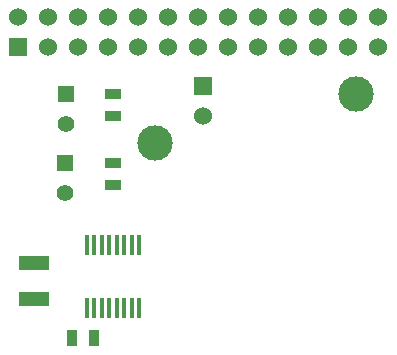
<source format=gts>
G04 (created by PCBNEW (2013-04-19 BZR 4011)-stable) date 15/12/2014 10:27:15*
%MOIN*%
G04 Gerber Fmt 3.4, Leading zero omitted, Abs format*
%FSLAX34Y34*%
G01*
G70*
G90*
G04 APERTURE LIST*
%ADD10C,0*%
%ADD11R,0.035X0.055*%
%ADD12C,0.11811*%
%ADD13R,0.055X0.035*%
%ADD14R,0.1X0.05*%
%ADD15R,0.016X0.065*%
%ADD16R,0.055X0.055*%
%ADD17C,0.055*%
%ADD18R,0.06X0.06*%
%ADD19C,0.06*%
G04 APERTURE END LIST*
G54D10*
G54D11*
X3275Y-11450D03*
X2525Y-11450D03*
G54D12*
X5300Y-4950D03*
X12000Y-3300D03*
G54D13*
X3900Y-4050D03*
X3900Y-3300D03*
X3900Y-6350D03*
X3900Y-5600D03*
G54D14*
X1275Y-10125D03*
X1275Y-8925D03*
G54D15*
X4025Y-8350D03*
X3775Y-8350D03*
X3525Y-8350D03*
X3275Y-8350D03*
X4775Y-10450D03*
X4775Y-8350D03*
X4525Y-8350D03*
X4275Y-8350D03*
X3025Y-10450D03*
X3275Y-10450D03*
X3525Y-10450D03*
X3775Y-10450D03*
X4025Y-10450D03*
X4275Y-10450D03*
X3025Y-8350D03*
X4525Y-10450D03*
G54D16*
X2300Y-5600D03*
G54D17*
X2300Y-6600D03*
G54D16*
X2350Y-3300D03*
G54D17*
X2350Y-4300D03*
G54D18*
X750Y-1750D03*
G54D19*
X750Y-750D03*
X1750Y-1750D03*
X1750Y-750D03*
X2750Y-1750D03*
X2750Y-750D03*
X3750Y-1750D03*
X3750Y-750D03*
X4750Y-1750D03*
X4750Y-750D03*
X5750Y-1750D03*
X5750Y-750D03*
X6750Y-1750D03*
X6750Y-750D03*
X7750Y-1750D03*
X7750Y-750D03*
X8750Y-1750D03*
X8750Y-750D03*
X9750Y-1750D03*
X9750Y-750D03*
X10750Y-1750D03*
X10750Y-750D03*
X11750Y-1750D03*
X11750Y-750D03*
X12750Y-1750D03*
X12750Y-750D03*
G54D18*
X6900Y-3050D03*
G54D19*
X6900Y-4050D03*
M02*

</source>
